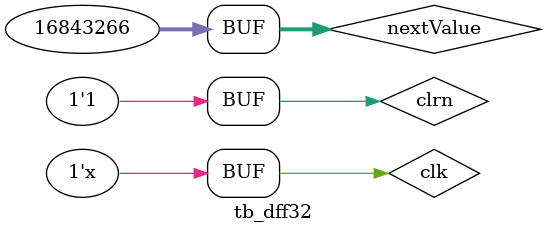
<source format=v>
`timescale 1ns / 1ps
module tb_dff32();

    reg clk;           
    reg clrn;           
    reg [31:0] nextValue;
    wire [31:0] oldValue;
    
    dff32 register(clk, clrn, nextValue, oldValue);

    initial begin
        clk     = 1'b0;
        clrn    = 1'b1;
    end
    
    always #5 clk = ~clk;
    
    initial begin
        #10;
        nextValue = 32'hABCD_EF00;
        #13;
        nextValue = 32'h0101_0202;
        #10;
    end
endmodule

</source>
